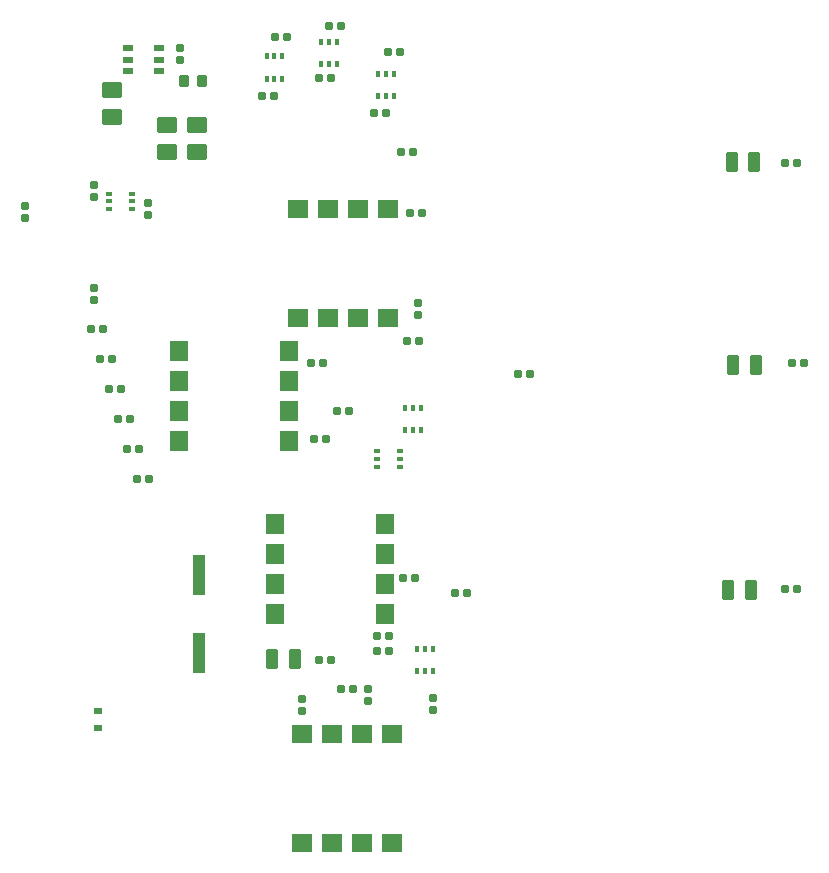
<source format=gbr>
%TF.GenerationSoftware,Altium Limited,Altium Designer,23.9.2 (47)*%
G04 Layer_Color=8421504*
%FSLAX45Y45*%
%MOMM*%
%TF.SameCoordinates,15915765-FD2E-4A0E-A91D-014651F65676*%
%TF.FilePolarity,Positive*%
%TF.FileFunction,Paste,Top*%
%TF.Part,Single*%
G01*
G75*
%TA.AperFunction,SMDPad,CuDef*%
G04:AMPARAMS|DCode=10|XSize=1mm|YSize=1.7mm|CornerRadius=0.125mm|HoleSize=0mm|Usage=FLASHONLY|Rotation=180.000|XOffset=0mm|YOffset=0mm|HoleType=Round|Shape=RoundedRectangle|*
%AMROUNDEDRECTD10*
21,1,1.00000,1.45000,0,0,180.0*
21,1,0.75000,1.70000,0,0,180.0*
1,1,0.25000,-0.37500,0.72500*
1,1,0.25000,0.37500,0.72500*
1,1,0.25000,0.37500,-0.72500*
1,1,0.25000,-0.37500,-0.72500*
%
%ADD10ROUNDEDRECTD10*%
%ADD11R,0.90170X0.50800*%
%ADD12R,0.42000X0.60000*%
G04:AMPARAMS|DCode=13|XSize=0.6mm|YSize=0.7mm|CornerRadius=0.075mm|HoleSize=0mm|Usage=FLASHONLY|Rotation=0.000|XOffset=0mm|YOffset=0mm|HoleType=Round|Shape=RoundedRectangle|*
%AMROUNDEDRECTD13*
21,1,0.60000,0.55000,0,0,0.0*
21,1,0.45000,0.70000,0,0,0.0*
1,1,0.15000,0.22500,-0.27500*
1,1,0.15000,-0.22500,-0.27500*
1,1,0.15000,-0.22500,0.27500*
1,1,0.15000,0.22500,0.27500*
%
%ADD13ROUNDEDRECTD13*%
%ADD14R,0.70000X0.60000*%
%ADD15R,1.09220X3.40360*%
%ADD16R,1.78000X1.52000*%
G04:AMPARAMS|DCode=17|XSize=0.6mm|YSize=0.7mm|CornerRadius=0.075mm|HoleSize=0mm|Usage=FLASHONLY|Rotation=90.000|XOffset=0mm|YOffset=0mm|HoleType=Round|Shape=RoundedRectangle|*
%AMROUNDEDRECTD17*
21,1,0.60000,0.55000,0,0,90.0*
21,1,0.45000,0.70000,0,0,90.0*
1,1,0.15000,0.27500,0.22500*
1,1,0.15000,0.27500,-0.22500*
1,1,0.15000,-0.27500,-0.22500*
1,1,0.15000,-0.27500,0.22500*
%
%ADD17ROUNDEDRECTD17*%
%ADD18R,1.52000X1.78000*%
%ADD19R,0.60000X0.42000*%
G04:AMPARAMS|DCode=20|XSize=1.4mm|YSize=1.7mm|CornerRadius=0.175mm|HoleSize=0mm|Usage=FLASHONLY|Rotation=90.000|XOffset=0mm|YOffset=0mm|HoleType=Round|Shape=RoundedRectangle|*
%AMROUNDEDRECTD20*
21,1,1.40000,1.35000,0,0,90.0*
21,1,1.05000,1.70000,0,0,90.0*
1,1,0.35000,0.67500,0.52500*
1,1,0.35000,0.67500,-0.52500*
1,1,0.35000,-0.67500,-0.52500*
1,1,0.35000,-0.67500,0.52500*
%
%ADD20ROUNDEDRECTD20*%
G04:AMPARAMS|DCode=21|XSize=0.8mm|YSize=1mm|CornerRadius=0.1mm|HoleSize=0mm|Usage=FLASHONLY|Rotation=0.000|XOffset=0mm|YOffset=0mm|HoleType=Round|Shape=RoundedRectangle|*
%AMROUNDEDRECTD21*
21,1,0.80000,0.80000,0,0,0.0*
21,1,0.60000,1.00000,0,0,0.0*
1,1,0.20000,0.30000,-0.40000*
1,1,0.20000,-0.30000,-0.40000*
1,1,0.20000,-0.30000,0.40000*
1,1,0.20000,0.30000,0.40000*
%
%ADD21ROUNDEDRECTD21*%
D10*
X7652000Y9118600D02*
D03*
X7842000D02*
D03*
X7664700Y7404100D02*
D03*
X7854700D02*
D03*
X7620000Y5499100D02*
D03*
X7810000D02*
D03*
X3759200Y4914900D02*
D03*
X3949200D02*
D03*
D11*
X2540000Y10083300D02*
D03*
Y9988300D02*
D03*
Y9893300D02*
D03*
X2800350D02*
D03*
Y9988300D02*
D03*
Y10083300D02*
D03*
D12*
X4989600Y4997200D02*
D03*
X5054600D02*
D03*
X5119600D02*
D03*
X4989600Y4807200D02*
D03*
X5054600D02*
D03*
X5119600D02*
D03*
X4659400Y9867400D02*
D03*
X4724400D02*
D03*
X4789400D02*
D03*
X4659400Y9677400D02*
D03*
X4724400D02*
D03*
X4789400D02*
D03*
X3713225Y10015600D02*
D03*
X3778225D02*
D03*
X3843225D02*
D03*
X3713225Y9825600D02*
D03*
X3778225D02*
D03*
X3843225D02*
D03*
X4175965Y10138072D02*
D03*
X4240966D02*
D03*
X4305965D02*
D03*
X4175965Y9948072D02*
D03*
X4240966D02*
D03*
X4305965D02*
D03*
X4888000Y7041900D02*
D03*
X4953000D02*
D03*
X5018000D02*
D03*
X4888000Y6851900D02*
D03*
X4953000D02*
D03*
X5018000D02*
D03*
D13*
X4649000Y4978400D02*
D03*
X4749000D02*
D03*
X4344200Y4660900D02*
D03*
X4444200D02*
D03*
X4928400Y8686800D02*
D03*
X5028400D02*
D03*
X4852200Y9207500D02*
D03*
X4952200D02*
D03*
X2299500Y7454900D02*
D03*
X2399500D02*
D03*
X2223300Y7708900D02*
D03*
X2323300D02*
D03*
X2717000Y6438900D02*
D03*
X2617000D02*
D03*
X2628100Y6692900D02*
D03*
X2528100D02*
D03*
X2451900Y6946900D02*
D03*
X2551900D02*
D03*
X2375700Y7200900D02*
D03*
X2475700D02*
D03*
X4740440Y10053320D02*
D03*
X4840440D02*
D03*
X4254500Y9829800D02*
D03*
X4154500D02*
D03*
X4242600Y10274300D02*
D03*
X4342600D02*
D03*
X3771100Y9677400D02*
D03*
X3671100D02*
D03*
X3780865Y10175620D02*
D03*
X3880865D02*
D03*
X4723600Y9537700D02*
D03*
X4623600D02*
D03*
X5003000Y7607300D02*
D03*
X4903000D02*
D03*
X4191000Y7416800D02*
D03*
X4091000D02*
D03*
X4217200Y6776800D02*
D03*
X4117200D02*
D03*
X4307700Y7010400D02*
D03*
X4407700D02*
D03*
X5942800Y7327900D02*
D03*
X5842800D02*
D03*
X5409400Y5473700D02*
D03*
X5309400D02*
D03*
X4964500Y5600300D02*
D03*
X4864500D02*
D03*
X4748200Y5105400D02*
D03*
X4648200D02*
D03*
X8100000Y9111200D02*
D03*
X8200000D02*
D03*
X8162700Y7416000D02*
D03*
X8262700D02*
D03*
X8100000Y5504900D02*
D03*
X8200000D02*
D03*
X4153700Y4902200D02*
D03*
X4253700D02*
D03*
D14*
X2286000Y4330700D02*
D03*
Y4470700D02*
D03*
D15*
X3136900Y5626100D02*
D03*
Y4965700D02*
D03*
D16*
X4267200Y4279800D02*
D03*
X4775200D02*
D03*
X4521200D02*
D03*
X4013200D02*
D03*
X4775200Y3352800D02*
D03*
X4521200D02*
D03*
X4267200D02*
D03*
X4013200D02*
D03*
X4737100Y8724900D02*
D03*
X4483100D02*
D03*
X4229100D02*
D03*
X3975100D02*
D03*
X4737100Y7797900D02*
D03*
X4229100D02*
D03*
X3975100D02*
D03*
X4483100D02*
D03*
D17*
X4013200Y4471200D02*
D03*
Y4571200D02*
D03*
X2247900Y7950200D02*
D03*
Y8050200D02*
D03*
X1663700Y8649500D02*
D03*
Y8749500D02*
D03*
X2247900Y8927300D02*
D03*
Y8827300D02*
D03*
X2705100Y8774900D02*
D03*
Y8674900D02*
D03*
X2981960Y10083800D02*
D03*
Y9983800D02*
D03*
X4991100Y7824000D02*
D03*
Y7924000D02*
D03*
X4572000Y4659300D02*
D03*
Y4559300D02*
D03*
X5118100Y4483900D02*
D03*
Y4583900D02*
D03*
D18*
X3784700Y6057900D02*
D03*
Y5803900D02*
D03*
Y5549900D02*
D03*
Y5295900D02*
D03*
X4711700Y6057900D02*
D03*
Y5549900D02*
D03*
Y5295900D02*
D03*
Y5803900D02*
D03*
X2971800Y7518400D02*
D03*
Y7264400D02*
D03*
Y7010400D02*
D03*
Y6756400D02*
D03*
X3898800Y7518400D02*
D03*
Y7010400D02*
D03*
Y6756400D02*
D03*
Y7264400D02*
D03*
D19*
X2381500Y8723400D02*
D03*
Y8788400D02*
D03*
Y8853400D02*
D03*
X2571500Y8723400D02*
D03*
Y8788400D02*
D03*
Y8853400D02*
D03*
X4648700Y6540500D02*
D03*
Y6605500D02*
D03*
Y6670500D02*
D03*
X4838700Y6540500D02*
D03*
Y6605500D02*
D03*
Y6670500D02*
D03*
D20*
X3124200Y9207500D02*
D03*
Y9436100D02*
D03*
X2870200Y9207500D02*
D03*
Y9436100D02*
D03*
X2400300Y9499600D02*
D03*
Y9728200D02*
D03*
D21*
X3016180Y9806940D02*
D03*
X3166180D02*
D03*
%TF.MD5,1c4c1f38842a64d1b5959927b7640d90*%
M02*

</source>
